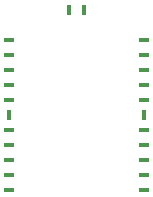
<source format=gbr>
%FSLAX23Y23*%
%MOIN*%
G04 EasyPC Gerber Version 17.0 Build 3379 *
%ADD26R,0.01800X0.03600*%
%ADD27R,0.03600X0.01800*%
X0Y0D02*
D02*
D26*
X353Y632D03*
X553Y983D03*
X603D03*
X803Y632D03*
D02*
D27*
X353Y383D03*
Y433D03*
Y483D03*
Y532D03*
Y583D03*
Y683D03*
Y733D03*
Y783D03*
Y833D03*
Y883D03*
X803Y383D03*
Y433D03*
Y483D03*
Y532D03*
Y583D03*
Y683D03*
Y733D03*
Y783D03*
Y833D03*
Y883D03*
X0Y0D02*
M02*

</source>
